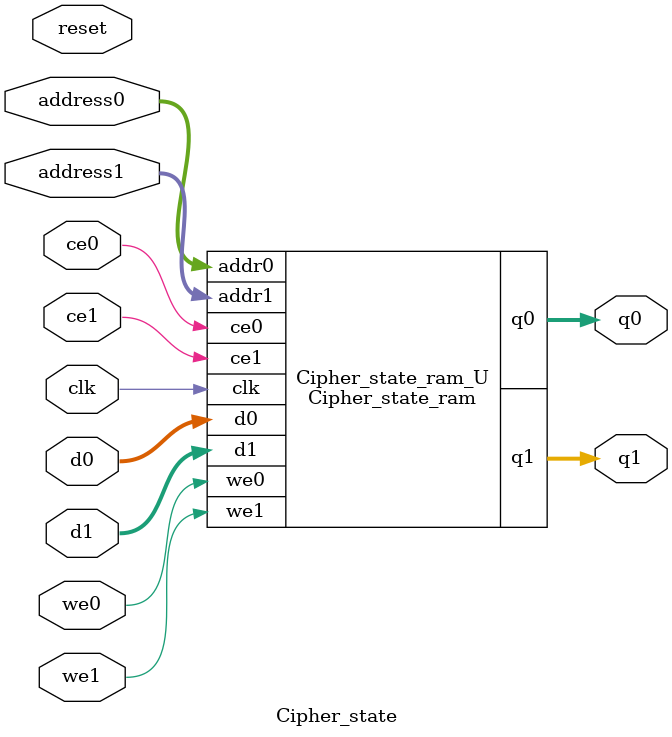
<source format=v>

`timescale 1 ns / 1 ps
module Cipher_state_ram (addr0, ce0, d0, we0, q0, addr1, ce1, d1, we1, q1,  clk);

parameter DWIDTH = 8;
parameter AWIDTH = 4;
parameter MEM_SIZE = 16;

input[AWIDTH-1:0] addr0;
input ce0;
input[DWIDTH-1:0] d0;
input we0;
output reg[DWIDTH-1:0] q0;
input[AWIDTH-1:0] addr1;
input ce1;
input[DWIDTH-1:0] d1;
input we1;
output reg[DWIDTH-1:0] q1;
input clk;

(* ram_style = "block" *)reg [DWIDTH-1:0] ram[0:MEM_SIZE-1];




always @(posedge clk)  
begin 
    if (ce0) 
    begin
        if (we0) 
        begin 
            ram[addr0] <= d0; 
            q0 <= d0;
        end 
        else 
            q0 <= ram[addr0];
    end
end


always @(posedge clk)  
begin 
    if (ce1) 
    begin
        if (we1) 
        begin 
            ram[addr1] <= d1; 
            q1 <= d1;
        end 
        else 
            q1 <= ram[addr1];
    end
end


endmodule


`timescale 1 ns / 1 ps
module Cipher_state(
    reset,
    clk,
    address0,
    ce0,
    we0,
    d0,
    q0,
    address1,
    ce1,
    we1,
    d1,
    q1);

parameter DataWidth = 32'd8;
parameter AddressRange = 32'd16;
parameter AddressWidth = 32'd4;
input reset;
input clk;
input[AddressWidth - 1:0] address0;
input ce0;
input we0;
input[DataWidth - 1:0] d0;
output[DataWidth - 1:0] q0;
input[AddressWidth - 1:0] address1;
input ce1;
input we1;
input[DataWidth - 1:0] d1;
output[DataWidth - 1:0] q1;



Cipher_state_ram Cipher_state_ram_U(
    .clk( clk ),
    .addr0( address0 ),
    .ce0( ce0 ),
    .d0( d0 ),
    .we0( we0 ),
    .q0( q0 ),
    .addr1( address1 ),
    .ce1( ce1 ),
    .d1( d1 ),
    .we1( we1 ),
    .q1( q1 ));

endmodule


</source>
